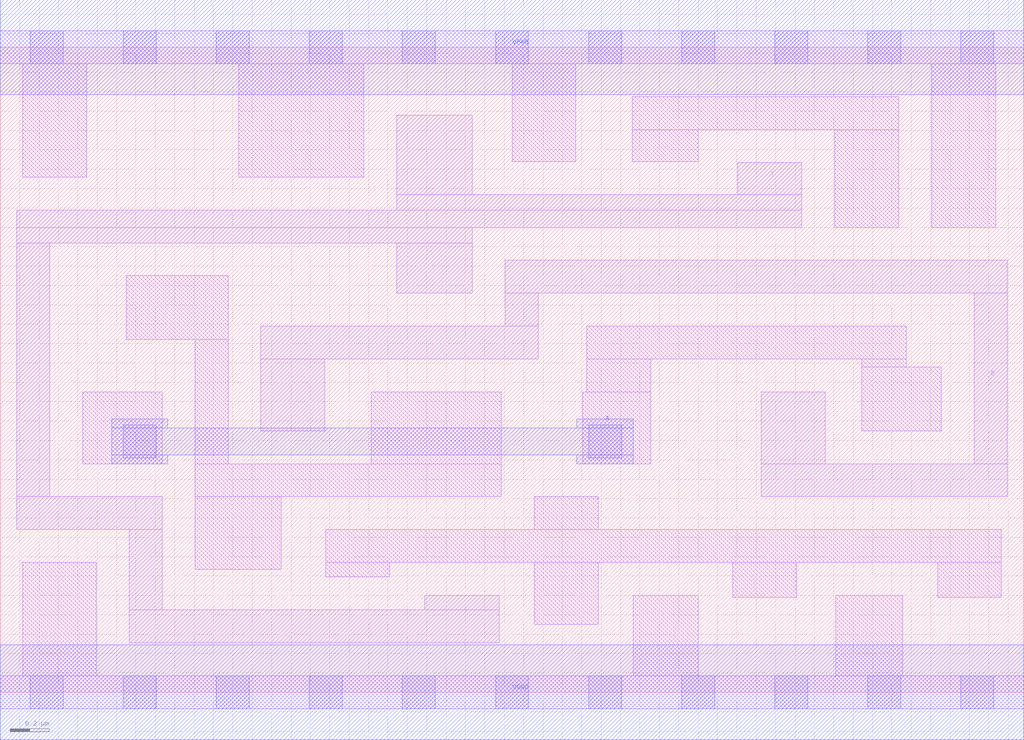
<source format=lef>
# Copyright 2020 The SkyWater PDK Authors
#
# Licensed under the Apache License, Version 2.0 (the "License");
# you may not use this file except in compliance with the License.
# You may obtain a copy of the License at
#
#     https://www.apache.org/licenses/LICENSE-2.0
#
# Unless required by applicable law or agreed to in writing, software
# distributed under the License is distributed on an "AS IS" BASIS,
# WITHOUT WARRANTIES OR CONDITIONS OF ANY KIND, either express or implied.
# See the License for the specific language governing permissions and
# limitations under the License.
#
# SPDX-License-Identifier: Apache-2.0

VERSION 5.7 ;
  NAMESCASESENSITIVE ON ;
  NOWIREEXTENSIONATPIN ON ;
  DIVIDERCHAR "/" ;
  BUSBITCHARS "[]" ;
UNITS
  DATABASE MICRONS 200 ;
END UNITS
MACRO sky130_fd_sc_ms__xnor2_2
  CLASS CORE ;
  FOREIGN sky130_fd_sc_ms__xnor2_2 ;
  ORIGIN  0.000000  0.000000 ;
  SIZE  5.280000 BY  3.330000 ;
  SYMMETRY X Y ;
  SITE unit ;
  PIN A
    ANTENNAGATEAREA  0.916200 ;
    DIRECTION INPUT ;
    USE SIGNAL ;
    PORT
      LAYER met1 ;
        RECT 0.575000 1.180000 0.865000 1.225000 ;
        RECT 0.575000 1.225000 3.265000 1.365000 ;
        RECT 0.575000 1.365000 0.865000 1.410000 ;
        RECT 2.975000 1.180000 3.265000 1.225000 ;
        RECT 2.975000 1.365000 3.265000 1.410000 ;
    END
  END A
  PIN B
    ANTENNAGATEAREA  0.916200 ;
    DIRECTION INPUT ;
    USE SIGNAL ;
    PORT
      LAYER li1 ;
        RECT 1.345000 1.350000 1.675000 1.720000 ;
        RECT 1.345000 1.720000 2.775000 1.890000 ;
        RECT 2.605000 1.890000 2.775000 2.060000 ;
        RECT 2.605000 2.060000 5.195000 2.230000 ;
        RECT 3.925000 1.010000 5.195000 1.180000 ;
        RECT 3.925000 1.180000 4.255000 1.550000 ;
        RECT 5.025000 1.180000 5.195000 2.060000 ;
    END
  END B
  PIN Y
    ANTENNADIFFAREA  1.005600 ;
    DIRECTION OUTPUT ;
    USE SIGNAL ;
    PORT
      LAYER li1 ;
        RECT 0.085000 0.840000 0.835000 1.010000 ;
        RECT 0.085000 1.010000 0.255000 2.320000 ;
        RECT 0.085000 2.320000 2.435000 2.400000 ;
        RECT 0.085000 2.400000 4.135000 2.490000 ;
        RECT 0.665000 0.255000 2.575000 0.425000 ;
        RECT 0.665000 0.425000 0.835000 0.840000 ;
        RECT 2.045000 2.060000 2.435000 2.320000 ;
        RECT 2.045000 2.490000 4.135000 2.570000 ;
        RECT 2.045000 2.570000 2.435000 2.980000 ;
        RECT 2.190000 0.425000 2.575000 0.500000 ;
        RECT 3.805000 2.570000 4.135000 2.735000 ;
    END
  END Y
  PIN VGND
    DIRECTION INOUT ;
    USE GROUND ;
    PORT
      LAYER met1 ;
        RECT 0.000000 -0.245000 5.280000 0.245000 ;
    END
  END VGND
  PIN VPWR
    DIRECTION INOUT ;
    USE POWER ;
    PORT
      LAYER met1 ;
        RECT 0.000000 3.085000 5.280000 3.575000 ;
    END
  END VPWR
  OBS
    LAYER li1 ;
      RECT 0.000000 -0.085000 5.280000 0.085000 ;
      RECT 0.000000  3.245000 5.280000 3.415000 ;
      RECT 0.115000  0.085000 0.495000 0.670000 ;
      RECT 0.115000  2.660000 0.445000 3.245000 ;
      RECT 0.425000  1.180000 0.835000 1.550000 ;
      RECT 0.650000  1.820000 1.175000 2.150000 ;
      RECT 1.005000  0.635000 1.450000 1.010000 ;
      RECT 1.005000  1.010000 2.585000 1.180000 ;
      RECT 1.005000  1.180000 1.175000 1.820000 ;
      RECT 1.230000  2.660000 1.875000 3.245000 ;
      RECT 1.680000  0.595000 2.010000 0.670000 ;
      RECT 1.680000  0.670000 5.165000 0.840000 ;
      RECT 1.915000  1.180000 2.585000 1.550000 ;
      RECT 2.640000  2.740000 2.970000 3.245000 ;
      RECT 2.755000  0.350000 3.085000 0.670000 ;
      RECT 2.755000  0.840000 3.085000 1.010000 ;
      RECT 3.005000  1.180000 3.355000 1.550000 ;
      RECT 3.025000  1.550000 3.355000 1.720000 ;
      RECT 3.025000  1.720000 4.675000 1.890000 ;
      RECT 3.260000  2.740000 3.600000 2.905000 ;
      RECT 3.260000  2.905000 4.635000 3.075000 ;
      RECT 3.265000  0.085000 3.600000 0.500000 ;
      RECT 3.780000  0.490000 4.110000 0.670000 ;
      RECT 4.305000  2.400000 4.635000 2.905000 ;
      RECT 4.310000  0.085000 4.655000 0.500000 ;
      RECT 4.445000  1.350000 4.855000 1.680000 ;
      RECT 4.445000  1.680000 4.675000 1.720000 ;
      RECT 4.805000  2.400000 5.135000 3.245000 ;
      RECT 4.835000  0.490000 5.165000 0.670000 ;
    LAYER mcon ;
      RECT 0.155000 -0.085000 0.325000 0.085000 ;
      RECT 0.155000  3.245000 0.325000 3.415000 ;
      RECT 0.635000 -0.085000 0.805000 0.085000 ;
      RECT 0.635000  1.210000 0.805000 1.380000 ;
      RECT 0.635000  3.245000 0.805000 3.415000 ;
      RECT 1.115000 -0.085000 1.285000 0.085000 ;
      RECT 1.115000  3.245000 1.285000 3.415000 ;
      RECT 1.595000 -0.085000 1.765000 0.085000 ;
      RECT 1.595000  3.245000 1.765000 3.415000 ;
      RECT 2.075000 -0.085000 2.245000 0.085000 ;
      RECT 2.075000  3.245000 2.245000 3.415000 ;
      RECT 2.555000 -0.085000 2.725000 0.085000 ;
      RECT 2.555000  3.245000 2.725000 3.415000 ;
      RECT 3.035000 -0.085000 3.205000 0.085000 ;
      RECT 3.035000  1.210000 3.205000 1.380000 ;
      RECT 3.035000  3.245000 3.205000 3.415000 ;
      RECT 3.515000 -0.085000 3.685000 0.085000 ;
      RECT 3.515000  3.245000 3.685000 3.415000 ;
      RECT 3.995000 -0.085000 4.165000 0.085000 ;
      RECT 3.995000  3.245000 4.165000 3.415000 ;
      RECT 4.475000 -0.085000 4.645000 0.085000 ;
      RECT 4.475000  3.245000 4.645000 3.415000 ;
      RECT 4.955000 -0.085000 5.125000 0.085000 ;
      RECT 4.955000  3.245000 5.125000 3.415000 ;
  END
END sky130_fd_sc_ms__xnor2_2
END LIBRARY

</source>
